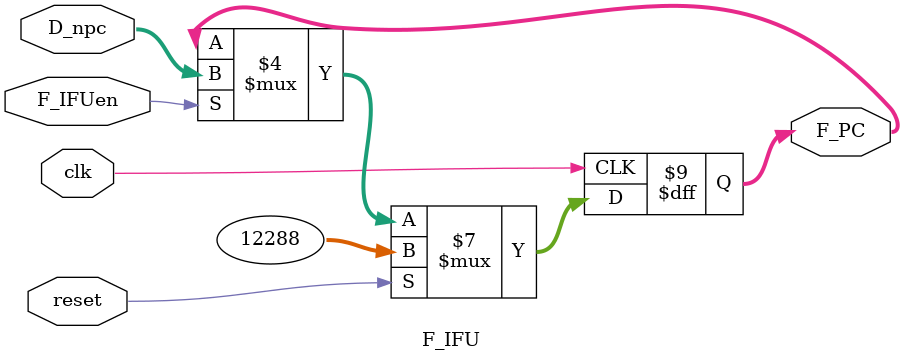
<source format=v>
module F_IFU(
    input clk,
    input reset,
    input F_IFUen,
    input [31:0] D_npc,
    output reg [31:0] F_PC);

    parameter IM_SIZE = 4096;
    parameter PC_base = 32'h0000_3000;

    reg [11:0] IM_addr;

	initial begin
        F_PC <= PC_base;
	end
	

    always @(posedge clk) begin // 同步复位
        if (reset) begin
            F_PC <= PC_base;
        end
        else begin
            if (F_IFUen) begin
                F_PC <= D_npc;
            end
            else begin
                F_PC <= F_PC;
            end
        end
    end

endmodule
</source>
